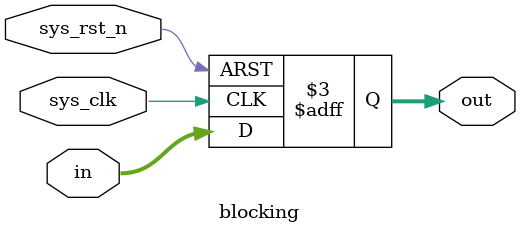
<source format=v>
module blocking (
    input wire sys_clk,
    input wire sys_rst_n,
    input wire [1:0] in,
    output reg [1:0] out
);
reg [1:0] in_reg;

always@(posedge sys_clk or negedge sys_rst_n)
    if(sys_rst_n == 1'b0)
        begin
            in_reg = 2'b0;
            out = 2'b0;
        end
    else 
        begin
            in_reg = in;
            out = in_reg;
        end

endmodule
</source>
